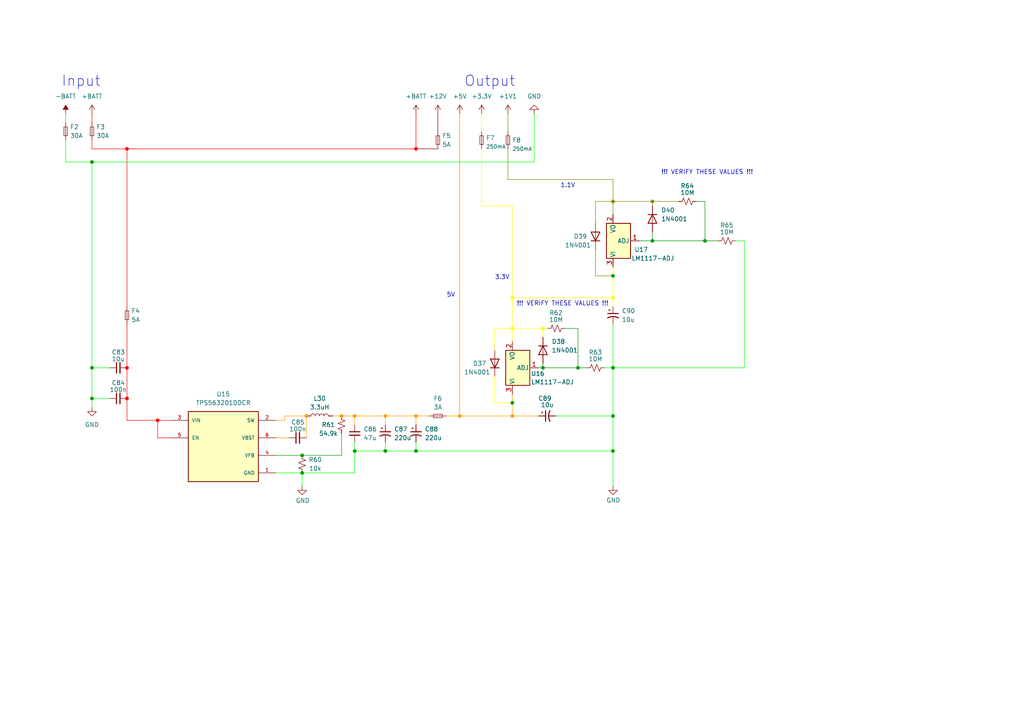
<source format=kicad_sch>
(kicad_sch (version 20211123) (generator eeschema)
  (paper "A4")
  (title_block (title "Power Supply") (date "2023/08/14"))
  (lib_symbols
    (symbol "Device:C_Polarized_Small_US" (pin_numbers hide) (pin_names (offset 0.254) hide)
      (property "Reference" "C" (at 0.254 1.778 0))
      (property "Value" "C_Polarized_Small_US" (at 0.254 -2.032 0))
      (symbol "C_Polarized_Small_US_0_1"
        (polyline (pts (xy -1.524 0.508) (xy 1.524 0.508)) (stroke (width 0.3048)))
        (polyline (pts (xy -1.27 1.524) (xy -0.762 1.524)))
        (polyline (pts (xy -1.016 1.27) (xy -1.016 1.778)))
        (arc (start 1.524 -0.762) (mid 0 -0.3734) (end -1.524 -0.762) (stroke (width 0.3048)))
      )
      (symbol "C_Polarized_Small_US_1_1"
        (pin passive line (at 0 2.54 270) (length 2.032) (name "~") (number "1"))
        (pin passive line (at 0 -2.54 90) (length 2.032) (name "~") (number "2"))
      )
    )
    (symbol "Device:C_Small" (pin_numbers hide) (pin_names (offset 0.254) hide)
      (property "Reference" "C" (at 0.254 1.778 0))
      (property "Value" "C_Small" (at 0.254 -2.032 0))
      (symbol "C_Small_0_1"
        (polyline (pts (xy -1.524 -0.508) (xy 1.524 -0.508)) (stroke (width 0.3302)))
        (polyline (pts (xy -1.524 0.508) (xy 1.524 0.508)) (stroke (width 0.3048)))
      )
      (symbol "C_Small_1_1"
        (pin passive line (at 0 2.54 270) (length 2.032) (name "~") (number "1"))
        (pin passive line (at 0 -2.54 90) (length 2.032) (name "~") (number "2"))
      )
    )
    (symbol "Device:Fuse_Small" (pin_numbers hide) (pin_names (offset 0.254) hide)
      (property "Reference" "F" (at 0 -1.524 0))
      (property "Value" "Fuse_Small" (at 0 1.524 0))
      (symbol "Fuse_Small_0_1"
        (rectangle (start -1.27 0.508) (end 1.27 -0.508))
        (polyline (pts (xy -1.27 0) (xy 1.27 0)))
      )
      (symbol "Fuse_Small_1_1"
        (pin passive line (at -2.54 0 0) (length 1.27) (name "~") (number "1"))
        (pin passive line (at 2.54 0 180) (length 1.27) (name "~") (number "2"))
      )
    )
    (symbol "Device:L" (pin_numbers hide) (pin_names (offset 1.016) hide)
      (property "Reference" "L" (at -1.27 0 90))
      (property "Value" "L" (at 1.905 0 90))
      (symbol "L_0_1"
        (arc (start 0 -2.54) (mid 0.635 -1.905) (end 0 -1.27))
        (arc (start 0 -1.27) (mid 0.635 -0.635) (end 0 0))
        (arc (start 0 0) (mid 0.635 0.635) (end 0 1.27))
        (arc (start 0 1.27) (mid 0.635 1.905) (end 0 2.54))
      )
      (symbol "L_1_1"
        (pin passive line (at 0 3.81 270) (length 1.27) (name "1") (number "1"))
        (pin passive line (at 0 -3.81 90) (length 1.27) (name "2") (number "2"))
      )
    )
    (symbol "Device:R_Small_US" (pin_numbers hide) (pin_names (offset 0.254) hide)
      (property "Reference" "R" (at 0.762 0.508 0))
      (property "Value" "R_Small_US" (at 0.762 -1.016 0))
      (symbol "R_Small_US_1_1"
        (polyline (pts (xy 0 0) (xy 1.016 -0.381) (xy 0 -0.762) (xy -1.016 -1.143) (xy 0 -1.524)))
        (polyline (pts (xy 0 1.524) (xy 1.016 1.143) (xy 0 0.762) (xy -1.016 0.381) (xy 0 0)))
        (pin passive line (at 0 2.54 270) (length 1.016) (name "~") (number "1"))
        (pin passive line (at 0 -2.54 90) (length 1.016) (name "~") (number "2"))
      )
    )
    (symbol "Diode:1N4001" (pin_numbers hide) (pin_names hide)
      (property "Reference" "D" (at 0 2.54 0))
      (property "Value" "1N4001" (at 0 -2.54 0))
      (symbol "1N4001_0_1"
        (polyline (pts (xy -1.27 1.27) (xy -1.27 -1.27)) (stroke (width 0.254)))
        (polyline (pts (xy 1.27 0) (xy -1.27 0)))
        (polyline (pts (xy 1.27 1.27) (xy 1.27 -1.27) (xy -1.27 0) (xy 1.27 1.27)) (stroke (width 0.254)))
      )
      (symbol "1N4001_1_1"
        (pin passive line (at -3.81 0 0) (length 2.54) (name "K") (number "1"))
        (pin passive line (at 3.81 0 180) (length 2.54) (name "A") (number "2"))
      )
    )
    (symbol "Regulator_Linear:LM1117-ADJ" (pin_names (offset 0.254))
      (property "Reference" "U" (at -3.81 3.175 0))
      (property "Value" "LM1117-ADJ" (at 0 3.175 0))
      (symbol "LM1117-ADJ_0_1"
        (rectangle (start -5.08 -5.08) (end 5.08 1.905) (stroke (width 0.254)) (fill (type background)))
      )
      (symbol "LM1117-ADJ_1_1"
        (pin input line (at 0 -7.62 90) (length 2.54) (name "ADJ") (number "1"))
        (pin power_out line (at 7.62 0 180) (length 2.54) (name "VO") (number "2"))
        (pin power_in line (at -7.62 0 0) (length 2.54) (name "VI") (number "3"))
      )
    )
    (symbol "TPS563201DDCR:TPS563201DDCR" (pin_names (offset 1.016))
      (property "Reference" "U" (at -10.16 12.7 0))
      (property "Value" "TPS563201DDCR" (at -10.16 -12.7 0))
      (symbol "TPS563201DDCR_0_0"
        (rectangle (start -10.16 -10.16) (end 10.16 10.16) (stroke (width 0.254)) (fill (type background)))
        (pin power_in line (at 15.24 -7.62 180) (length 5.08) (name "GND") (number "1"))
        (pin output line (at 15.24 7.62 180) (length 5.08) (name "SW") (number "2"))
        (pin input line (at -15.24 7.62 0) (length 5.08) (name "VIN") (number "3"))
        (pin input line (at 15.24 -2.54 180) (length 5.08) (name "VFB") (number "4"))
        (pin input line (at -15.24 2.54 0) (length 5.08) (name "EN") (number "5"))
        (pin output line (at 15.24 2.54 180) (length 5.08) (name "VBST") (number "6"))
      )
    )
    (symbol "power:+12V" (power) (pin_names (offset 0))
      (property "Value" "+12V" (at 0 3.556 0))
      (symbol "+12V_0_1"
        (polyline (pts (xy -0.762 1.27) (xy 0 2.54)))
        (polyline (pts (xy 0 0) (xy 0 2.54)))
        (polyline (pts (xy 0 2.54) (xy 0.762 1.27)))
      )
      (symbol "+12V_1_1"
        (pin power_in line (at 0 0 90) (length 0) hide (name "+12V") (number "1"))
      )
    )
    (symbol "power:+1V1" (power) (pin_names (offset 0))
      (property "Value" "+1V1" (at 0 3.556 0))
      (symbol "+1V1_0_1"
        (polyline (pts (xy -0.762 1.27) (xy 0 2.54)))
        (polyline (pts (xy 0 0) (xy 0 2.54)))
        (polyline (pts (xy 0 2.54) (xy 0.762 1.27)))
      )
      (symbol "+1V1_1_1"
        (pin power_in line (at 0 0 90) (length 0) hide (name "+1V1") (number "1"))
      )
    )
    (symbol "power:+3.3V" (power) (pin_names (offset 0))
      (property "Value" "+3.3V" (at 0 3.556 0))
      (symbol "+3.3V_0_1"
        (polyline (pts (xy -0.762 1.27) (xy 0 2.54)))
        (polyline (pts (xy 0 0) (xy 0 2.54)))
        (polyline (pts (xy 0 2.54) (xy 0.762 1.27)))
      )
      (symbol "+3.3V_1_1"
        (pin power_in line (at 0 0 90) (length 0) hide (name "+3.3V") (number "1"))
      )
    )
    (symbol "power:+5V" (power) (pin_names (offset 0))
      (property "Value" "+5V" (at 0 3.556 0))
      (symbol "+5V_0_1"
        (polyline (pts (xy -0.762 1.27) (xy 0 2.54)))
        (polyline (pts (xy 0 0) (xy 0 2.54)))
        (polyline (pts (xy 0 2.54) (xy 0.762 1.27)))
      )
      (symbol "+5V_1_1"
        (pin power_in line (at 0 0 90) (length 0) hide (name "+5V") (number "1"))
      )
    )
    (symbol "power:+BATT" (power) (pin_names (offset 0))
      (property "Value" "+BATT" (at 0 3.556 0))
      (symbol "+BATT_0_1"
        (polyline (pts (xy -0.762 1.27) (xy 0 2.54)))
        (polyline (pts (xy 0 0) (xy 0 2.54)))
        (polyline (pts (xy 0 2.54) (xy 0.762 1.27)))
      )
      (symbol "+BATT_1_1"
        (pin power_in line (at 0 0 90) (length 0) hide (name "+BATT") (number "1"))
      )
    )
    (symbol "power:-BATT" (power) (pin_names (offset 0))
      (property "Value" "-BATT" (at 0 3.556 0))
      (symbol "-BATT_0_1"
        (polyline (pts (xy 0 0) (xy 0 2.54)))
        (polyline (pts (xy 0.762 1.27) (xy -0.762 1.27) (xy 0 2.54) (xy 0.762 1.27)) (fill (type outline)))
      )
      (symbol "-BATT_1_1"
        (pin power_in line (at 0 0 90) (length 0) hide (name "-BATT") (number "1"))
      )
    )
    (symbol "power:GND" (power) (pin_names (offset 0))
      (property "Value" "GND" (at 0 -3.81 0))
      (symbol "GND_0_1"
        (polyline (pts (xy 0 0) (xy 0 -1.27) (xy 1.27 -1.27) (xy 0 -2.54) (xy -1.27 -1.27) (xy 0 -1.27)))
      )
      (symbol "GND_1_1"
        (pin power_in line (at 0 0 270) (length 0) hide (name "GND") (number "1"))
      )
    )
  )
  (junction (at 102.87 130.81))
  (junction (at 87.63 137.16))
  (junction (at 26.67 115.57))
  (junction (at 120.65 130.81))
  (junction (at 177.8 80.01))
  (junction (at 177.8 58.42) (color 132 132 0 1))
  (junction (at 177.8 106.68))
  (junction (at 87.63 132.08))
  (junction (at 36.83 106.68) (color 255 0 0 1))
  (junction (at 120.65 43.18) (color 255 0 0 1))
  (junction (at 148.59 86.36) (color 255 255 0 1))
  (junction (at 26.67 46.99))
  (junction (at 120.65 120.65) (color 255 153 0 1))
  (junction (at 177.8 130.81))
  (junction (at 167.64 106.68))
  (junction (at 36.83 115.57) (color 255 0 0 1))
  (junction (at 36.83 43.18) (color 255 0 0 1))
  (junction (at 111.76 130.81))
  (junction (at 102.87 120.65) (color 255 153 0 1))
  (junction (at 148.59 120.65) (color 255 153 0 1))
  (junction (at 177.8 86.36) (color 255 255 0 1))
  (junction (at 26.67 106.68))
  (junction (at 148.59 116.84))
  (junction (at 204.47 69.85))
  (junction (at 111.76 120.65) (color 255 153 0 1))
  (junction (at 99.06 120.65) (color 255 153 0 1))
  (junction (at 189.23 58.42) (color 132 132 0 1))
  (junction (at 148.59 95.25) (color 255 255 0 1))
  (junction (at 133.35 120.65) (color 255 153 0 1))
  (junction (at 177.8 120.65))
  (junction (at 189.23 69.85))
  (junction (at 88.9 120.65) (color 255 153 0 1))
  (junction (at 157.48 106.68))
  (junction (at 45.72 121.92) (color 255 0 0 1))
  (junction (at 157.48 95.25) (color 255 255 0 1))
  (wire (pts (xy 189.23 58.42) (xy 189.23 59.69)) (stroke (width 0) (color 132 132 0 1)))
  (wire (pts (xy 99.06 132.08) (xy 87.63 132.08)))
  (wire (pts (xy 172.72 58.42) (xy 177.8 58.42)) (stroke (width 0) (color 132 132 0 1)))
  (wire (pts (xy 148.59 95.25) (xy 148.59 99.06)) (stroke (width 0) (color 255 255 0 1)))
  (wire (pts (xy 36.83 121.92) (xy 36.83 115.57)) (stroke (width 0) (color 255 0 0 1)))
  (wire (pts (xy 26.67 115.57) (xy 26.67 106.68)) (stroke (width 0) (color 0 255 0 1)))
  (wire (pts (xy 99.06 125.73) (xy 99.06 132.08)))
  (wire (pts (xy 148.59 95.25) (xy 157.48 95.25)) (stroke (width 0) (color 255 255 0 1)))
  (wire (pts (xy 26.67 33.02) (xy 26.67 35.56)) (stroke (width 0) (color 255 0 0 1)))
  (wire (pts (xy 167.64 106.68) (xy 157.48 106.68)))
  (wire (pts (xy 111.76 130.81) (xy 102.87 130.81)) (stroke (width 0) (color 0 255 0 1)))
  (wire (pts (xy 154.94 33.02) (xy 154.94 46.99)) (stroke (width 0) (color 0 255 0 1)))
  (wire (pts (xy 196.85 58.42) (xy 189.23 58.42)) (stroke (width 0) (color 132 132 0 1)))
  (wire (pts (xy 26.67 115.57) (xy 26.67 118.11)) (stroke (width 0) (color 0 255 0 1)))
  (wire (pts (xy 147.32 43.18) (xy 147.32 52.07)) (stroke (width 0) (color 132 132 0 1)))
  (wire (pts (xy 177.8 52.07) (xy 177.8 58.42)) (stroke (width 0) (color 132 132 0 1)))
  (wire (pts (xy 167.64 95.25) (xy 167.64 106.68)))
  (wire (pts (xy 111.76 130.81) (xy 120.65 130.81)) (stroke (width 0) (color 0 255 0 1)))
  (wire (pts (xy 120.65 43.18) (xy 120.65 33.02)) (stroke (width 0) (color 255 0 0 1)))
  (wire (pts (xy 143.51 109.22) (xy 143.51 116.84)) (stroke (width 0) (color 255 255 0 1)))
  (wire (pts (xy 148.59 86.36) (xy 148.59 95.25)) (stroke (width 0) (color 255 255 0 1)))
  (wire (pts (xy 157.48 106.68) (xy 156.21 106.68)))
  (wire (pts (xy 26.67 43.18) (xy 36.83 43.18)) (stroke (width 0) (color 255 0 0 1)))
  (wire (pts (xy 177.8 58.42) (xy 177.8 62.23)) (stroke (width 0) (color 132 132 0 1)))
  (wire (pts (xy 36.83 43.18) (xy 36.83 88.9)) (stroke (width 0) (color 255 0 0 1)))
  (wire (pts (xy 80.01 127) (xy 83.82 127)) (stroke (width 0) (color 255 153 0 1)))
  (wire (pts (xy 102.87 123.19) (xy 102.87 120.65)) (stroke (width 0) (color 255 153 0 1)))
  (wire (pts (xy 111.76 128.27) (xy 111.76 130.81)) (stroke (width 0) (color 0 255 0 1)))
  (wire (pts (xy 19.05 40.64) (xy 19.05 46.99)) (stroke (width 0) (color 0 255 0 1)))
  (wire (pts (xy 120.65 120.65) (xy 120.65 123.19)) (stroke (width 0) (color 255 153 0 1)))
  (wire (pts (xy 161.29 120.65) (xy 177.8 120.65)) (stroke (width 0) (color 0 255 0 1)))
  (wire (pts (xy 31.75 106.68) (xy 26.67 106.68)) (stroke (width 0) (color 0 255 0 1)))
  (wire (pts (xy 36.83 93.98) (xy 36.83 106.68)) (stroke (width 0) (color 255 0 0 1)))
  (wire (pts (xy 177.8 93.98) (xy 177.8 106.68)) (stroke (width 0) (color 0 255 0 1)))
  (wire (pts (xy 102.87 137.16) (xy 87.63 137.16)) (stroke (width 0) (color 0 255 0 1)))
  (wire (pts (xy 139.7 43.18) (xy 139.7 59.69)) (stroke (width 0) (color 255 255 0 1)))
  (wire (pts (xy 49.53 127) (xy 45.72 127)) (stroke (width 0) (color 255 0 0 1)))
  (wire (pts (xy 133.35 120.65) (xy 148.59 120.65)) (stroke (width 0) (color 255 153 0 1)))
  (wire (pts (xy 31.75 115.57) (xy 26.67 115.57)) (stroke (width 0) (color 0 255 0 1)))
  (wire (pts (xy 88.9 120.65) (xy 82.55 120.65)) (stroke (width 0) (color 255 153 0 1)))
  (wire (pts (xy 102.87 130.81) (xy 102.87 137.16)) (stroke (width 0) (color 0 255 0 1)))
  (wire (pts (xy 167.64 106.68) (xy 170.18 106.68)))
  (wire (pts (xy 88.9 127) (xy 88.9 120.65)) (stroke (width 0) (color 255 153 0 1)))
  (wire (pts (xy 127 33.02) (xy 127 38.1)) (stroke (width 0) (color 132 0 0 1)))
  (wire (pts (xy 36.83 115.57) (xy 36.83 106.68)) (stroke (width 0) (color 255 0 0 1)))
  (wire (pts (xy 148.59 59.69) (xy 148.59 86.36)) (stroke (width 0) (color 255 255 0 1)))
  (wire (pts (xy 157.48 95.25) (xy 158.75 95.25)) (stroke (width 0) (color 255 255 0 1)))
  (wire (pts (xy 102.87 128.27) (xy 102.87 130.81)) (stroke (width 0) (color 0 255 0 1)))
  (wire (pts (xy 189.23 67.31) (xy 189.23 69.85)))
  (wire (pts (xy 157.48 105.41) (xy 157.48 106.68)))
  (wire (pts (xy 177.8 77.47) (xy 177.8 80.01)) (stroke (width 0) (color 255 255 0 1)))
  (wire (pts (xy 177.8 120.65) (xy 177.8 130.81)) (stroke (width 0) (color 0 255 0 1)))
  (wire (pts (xy 172.72 72.39) (xy 172.72 80.01)) (stroke (width 0) (color 132 132 0 1)))
  (wire (pts (xy 143.51 101.6) (xy 143.51 95.25)) (stroke (width 0) (color 255 255 0 1)))
  (wire (pts (xy 45.72 127) (xy 45.72 121.92)) (stroke (width 0) (color 255 0 0 1)))
  (wire (pts (xy 36.83 43.18) (xy 120.65 43.18)) (stroke (width 0) (color 255 0 0 1)))
  (wire (pts (xy 213.36 69.85) (xy 215.9 69.85)) (stroke (width 0) (color 0 255 0 1)))
  (wire (pts (xy 148.59 59.69) (xy 139.7 59.69)) (stroke (width 0) (color 255 255 0 1)))
  (wire (pts (xy 120.65 43.18) (xy 127 43.18)) (stroke (width 0) (color 132 0 0 1)))
  (wire (pts (xy 189.23 69.85) (xy 185.42 69.85)))
  (wire (pts (xy 204.47 69.85) (xy 189.23 69.85)))
  (wire (pts (xy 80.01 132.08) (xy 87.63 132.08)))
  (wire (pts (xy 157.48 95.25) (xy 157.48 97.79)) (stroke (width 0) (color 255 255 0 1)))
  (wire (pts (xy 129.54 120.65) (xy 133.35 120.65)) (stroke (width 0) (color 255 153 0 1)))
  (wire (pts (xy 143.51 95.25) (xy 148.59 95.25)) (stroke (width 0) (color 255 255 0 1)))
  (wire (pts (xy 172.72 64.77) (xy 172.72 58.42)) (stroke (width 0) (color 132 132 0 1)))
  (wire (pts (xy 120.65 130.81) (xy 177.8 130.81)) (stroke (width 0) (color 0 255 0 1)))
  (wire (pts (xy 154.94 46.99) (xy 26.67 46.99)) (stroke (width 0) (color 0 255 0 1)))
  (wire (pts (xy 215.9 106.68) (xy 177.8 106.68)) (stroke (width 0) (color 0 255 0 1)))
  (wire (pts (xy 175.26 106.68) (xy 177.8 106.68)) (stroke (width 0) (color 0 255 0 1)))
  (wire (pts (xy 19.05 33.02) (xy 19.05 35.56)) (stroke (width 0) (color 0 255 0 1)))
  (wire (pts (xy 204.47 58.42) (xy 204.47 69.85)))
  (wire (pts (xy 120.65 128.27) (xy 120.65 130.81)) (stroke (width 0) (color 0 255 0 1)))
  (wire (pts (xy 26.67 40.64) (xy 26.67 43.18)) (stroke (width 0) (color 255 0 0 1)))
  (wire (pts (xy 19.05 46.99) (xy 26.67 46.99)) (stroke (width 0) (color 0 255 0 1)))
  (wire (pts (xy 204.47 69.85) (xy 208.28 69.85)))
  (wire (pts (xy 139.7 33.02) (xy 139.7 38.1)) (stroke (width 0) (color 255 255 0 1)))
  (wire (pts (xy 49.53 121.92) (xy 45.72 121.92)) (stroke (width 0) (color 255 0 0 1)))
  (wire (pts (xy 163.83 95.25) (xy 167.64 95.25)))
  (wire (pts (xy 177.8 106.68) (xy 177.8 120.65)) (stroke (width 0) (color 0 255 0 1)))
  (wire (pts (xy 133.35 33.02) (xy 133.35 120.65)) (stroke (width 0) (color 255 153 0 1)))
  (wire (pts (xy 148.59 114.3) (xy 148.59 116.84)) (stroke (width 0) (color 255 153 0 1)))
  (wire (pts (xy 148.59 116.84) (xy 148.59 120.65)) (stroke (width 0) (color 255 153 0 1)))
  (wire (pts (xy 80.01 121.92) (xy 82.55 121.92)) (stroke (width 0) (color 255 153 0 1)))
  (wire (pts (xy 87.63 137.16) (xy 87.63 140.97)) (stroke (width 0) (color 0 255 0 1)))
  (wire (pts (xy 82.55 120.65) (xy 82.55 121.92)) (stroke (width 0) (color 255 153 0 1)))
  (wire (pts (xy 215.9 69.85) (xy 215.9 106.68)) (stroke (width 0) (color 0 255 0 1)))
  (wire (pts (xy 177.8 80.01) (xy 177.8 86.36)) (stroke (width 0) (color 255 255 0 1)))
  (wire (pts (xy 45.72 121.92) (xy 36.83 121.92)) (stroke (width 0) (color 255 0 0 1)))
  (wire (pts (xy 189.23 58.42) (xy 177.8 58.42)) (stroke (width 0) (color 132 132 0 1)))
  (wire (pts (xy 102.87 120.65) (xy 111.76 120.65)) (stroke (width 0) (color 255 153 0 1)))
  (wire (pts (xy 177.8 86.36) (xy 148.59 86.36)) (stroke (width 0) (color 255 255 0 1)))
  (wire (pts (xy 177.8 140.97) (xy 177.8 130.81)) (stroke (width 0) (color 0 255 0 1)))
  (wire (pts (xy 111.76 123.19) (xy 111.76 120.65)) (stroke (width 0) (color 255 153 0 1)))
  (wire (pts (xy 148.59 120.65) (xy 156.21 120.65)) (stroke (width 0) (color 255 153 0 1)))
  (wire (pts (xy 147.32 52.07) (xy 177.8 52.07)) (stroke (width 0) (color 132 132 0 1)))
  (wire (pts (xy 111.76 120.65) (xy 120.65 120.65)) (stroke (width 0) (color 255 153 0 1)))
  (wire (pts (xy 99.06 120.65) (xy 102.87 120.65)) (stroke (width 0) (color 255 153 0 1)))
  (wire (pts (xy 120.65 120.65) (xy 124.46 120.65)) (stroke (width 0) (color 255 153 0 1)))
  (wire (pts (xy 172.72 80.01) (xy 177.8 80.01)) (stroke (width 0) (color 132 132 0 1)))
  (wire (pts (xy 201.93 58.42) (xy 204.47 58.42)))
  (wire (pts (xy 80.01 137.16) (xy 87.63 137.16)) (stroke (width 0) (color 0 255 0 1)))
  (wire (pts (xy 26.67 106.68) (xy 26.67 46.99)) (stroke (width 0) (color 0 255 0 1)))
  (wire (pts (xy 143.51 116.84) (xy 148.59 116.84)) (stroke (width 0) (color 255 255 0 1)))
  (wire (pts (xy 96.52 120.65) (xy 99.06 120.65)) (stroke (width 0) (color 255 153 0 1)))
  (wire (pts (xy 147.32 33.02) (xy 147.32 38.1)) (stroke (width 0) (color 132 132 0 1)))
  (wire (pts (xy 177.8 86.36) (xy 177.8 88.9)) (stroke (width 0) (color 255 255 0 1)))
  (text "1.1V" (at 162.56 54.61 0) (effects (font (size 1.27 1.27)) (justify left bottom)))
  (text "!!! VERIFY THESE VALUES !!!" (at 149.86 88.9 0) (effects (font (size 1.27 1.27)) (justify left bottom)))
  (text "5V" (at 129.54 86.36 0) (effects (font (size 1.27 1.27)) (justify left bottom)))
  (text "Output" (at 134.62 25.4 0) (effects (font (size 3 3)) (justify left bottom)))
  (text "3.3V" (at 143.51 81.28 0) (effects (font (size 1.27 1.27)) (justify left bottom)))
  (text "!!! VERIFY THESE VALUES !!!" (at 191.77 50.8 0) (effects (font (size 1.27 1.27)) (justify left bottom)))
  (text "Input" (at 17.78 25.4 0) (effects (font (size 3 3)) (justify left bottom)))
  (symbol (lib_id "Device:Fuse_Small") (at 147.32 40.64 270) (unit 1)
    (property "Reference" "F8" (at 148.59 40.64 90) (effects (justify left)))
    (property "Value" "250mA" (at 148.59 43.18 90) (effects (font (size 1.1 1.1)) (justify left)))
    (property "Footprint" "Fuse:Fuseholder_Blade_Mini_Keystone_3568" (effects hide))
  )
  (symbol (lib_id "power:GND") (at 154.94 33.02 0) (mirror x) (unit 1)
    (property "Reference" "#PWR0126" (effects hide))
    (property "Value" "GND" (at 154.94 27.94 0))
  )
  (symbol (lib_id "Device:Fuse_Small") (at 19.05 38.1 270) (unit 1)
    (property "Reference" "F2" (at 20.32 36.8299 90) (effects (justify left)))
    (property "Value" "30A" (at 20.32 39.3699 90) (effects (justify left)))
    (property "Footprint" "Fuse:Fuseholder_Blade_Mini_Keystone_3568" (effects hide))
  )
  (symbol (lib_id "Device:C_Polarized_Small_US") (at 120.65 125.73 0) (unit 1)
    (property "Reference" "C88" (at 123.19 124.46 0) (effects (justify left)))
    (property "Value" "220u" (at 123.19 127 0) (effects (justify left)))
    (property "Footprint" "Capacitor_THT:CP_Radial_D4.0mm_P2.00mm" (effects hide))
  )
  (symbol (lib_id "Diode:1N4001") (at 143.51 105.41 90) (unit 1)
    (property "Reference" "D37" (at 137.16 105.41 90) (effects (justify right)))
    (property "Value" "1N4001" (at 134.62 107.95 90) (effects (justify right)))
    (property "Footprint" "Diode_THT:D_DO-41_SOD81_P10.16mm_Horizontal" (effects hide))
    (property "Datasheet" "http://www.vishay.com/docs/88503/1n4001.pdf" (effects hide))
  )
  (symbol (lib_id "Device:Fuse_Small") (at 36.83 91.44 270) (unit 1)
    (property "Reference" "F4" (at 38.1 90.1699 90) (effects (justify left)))
    (property "Value" "5A" (at 38.1 92.7099 90) (effects (justify left)))
    (property "Footprint" "Fuse:Fuseholder_Blade_Mini_Keystone_3568" (effects hide))
  )
  (symbol (lib_id "power:GND") (at 26.67 118.11 0) (unit 1)
    (property "Reference" "#PWR0119" (effects hide))
    (property "Value" "GND" (at 26.67 123.19 0))
  )
  (symbol (lib_id "Device:C_Small") (at 34.29 106.68 90) (unit 1)
    (property "Reference" "C83" (at 34.3374 102.1576 90))
    (property "Value" "10u" (at 34.29 104.14 90))
    (property "Footprint" "Capacitor_THT:C_Disc_D4.7mm_W2.5mm_P5.00mm" (effects hide))
  )
  (symbol (lib_id "Device:Fuse_Small") (at 26.67 38.1 270) (unit 1)
    (property "Reference" "F3" (at 27.94 36.8299 90) (effects (justify left)))
    (property "Value" "30A" (at 27.94 39.3699 90) (effects (justify left)))
    (property "Footprint" "Fuse:Fuseholder_Blade_Mini_Keystone_3568" (effects hide))
  )
  (symbol (lib_id "Device:C_Small") (at 34.29 115.57 90) (unit 1)
    (property "Reference" "C84" (at 34.3374 111.0476 90))
    (property "Value" "100n" (at 34.29 113.03 90))
    (property "Footprint" "Capacitor_THT:C_Disc_D4.7mm_W2.5mm_P5.00mm" (effects hide))
  )
  (symbol (lib_id "Device:R_Small_US") (at 161.29 95.25 90) (unit 1)
    (property "Reference" "R62" (at 161.2653 90.7517 90))
    (property "Value" "10M" (at 161.29 92.71 90))
    (property "Footprint" "Resistor_THT:R_Axial_DIN0207_L6.3mm_D2.5mm_P2.54mm_Vertical" (effects hide))
  )
  (symbol (lib_id "power:+3.3V") (at 139.7 33.02 0) (unit 1)
    (property "Reference" "#PWR0124" (effects hide))
    (property "Value" "+3.3V" (at 139.7 27.94 0))
  )
  (symbol (lib_id "power:+1V1") (at 147.32 33.02 0) (unit 1)
    (property "Reference" "#PWR0125" (effects hide))
    (property "Value" "+1V1" (at 147.32 27.94 0))
  )
  (symbol (lib_id "TPS563201DDCR:TPS563201DDCR") (at 64.77 129.54 0) (unit 1)
    (property "Reference" "U15" (at 64.77 114.3 0))
    (property "Value" "TPS563201DDCR" (at 64.77 116.84 0))
    (property "Footprint" "SOT95P280X110-6N" (effects hide))
    (property "PARTREV" "December 2015" (effects hide))
    (property "STANDARD" "IPC-7351B" (effects hide))
    (property "MAXIMUM_PACKAGE_HEIGHT" "1.10mm" (effects hide))
    (property "MANUFACTURER" "Texas Instruments" (effects hide))
  )
  (symbol (lib_id "power:GND") (at 87.63 140.97 0) (unit 1)
    (property "Reference" "#PWR0120" (effects hide))
    (property "Value" "GND" (at 87.7768 145.1958 0))
  )
  (symbol (lib_id "Device:R_Small_US") (at 87.63 134.62 180) (unit 1)
    (property "Reference" "R60" (at 91.44 133.35 0))
    (property "Value" "10k" (at 91.44 135.89 0))
    (property "Footprint" "Resistor_THT:R_Axial_DIN0207_L6.3mm_D2.5mm_P2.54mm_Vertical" (effects hide))
  )
  (symbol (lib_id "Regulator_Linear:LM1117-ADJ") (at 148.59 106.68 90) (unit 1)
    (property "Reference" "U16" (at 157.9796 108.3597 90) (effects (justify left)))
    (property "Value" "LM1117-ADJ" (at 166.4679 110.8177 90) (effects (justify left)))
    (property "Datasheet" "http://www.ti.com/lit/ds/symlink/lm1117.pdf" (effects hide))
  )
  (symbol (lib_id "Device:C_Polarized_Small_US") (at 158.75 120.65 90) (mirror x) (unit 1)
    (property "Reference" "C89" (at 160.02 115.57 90) (effects (justify left)))
    (property "Value" "10u" (at 160.627 117.4283 90) (effects (justify left)))
    (property "Footprint" "Capacitor_THT:CP_Radial_D4.0mm_P2.00mm" (effects hide))
  )
  (symbol (lib_id "Regulator_Linear:LM1117-ADJ") (at 177.8 69.85 90) (unit 1)
    (property "Reference" "U17" (at 187.96 72.39 90) (effects (justify left)))
    (property "Value" "LM1117-ADJ" (at 195.58 74.93 90) (effects (justify left)))
    (property "Datasheet" "http://www.ti.com/lit/ds/symlink/lm1117.pdf" (effects hide))
  )
  (symbol (lib_id "Device:C_Polarized_Small_US") (at 177.8 91.44 0) (unit 1)
    (property "Reference" "C90" (at 180.34 90.17 0) (effects (justify left)))
    (property "Value" "10u" (at 180.34 92.71 0) (effects (justify left)))
    (property "Footprint" "Capacitor_THT:CP_Radial_D4.0mm_P2.00mm" (effects hide))
  )
  (symbol (lib_id "Diode:1N4001") (at 189.23 63.5 90) (mirror x) (unit 1)
    (property "Reference" "D40" (at 191.77 60.96 90) (effects (justify right)))
    (property "Value" "1N4001" (at 191.77 63.5 90) (effects (justify right)))
    (property "Footprint" "Diode_THT:D_DO-41_SOD81_P10.16mm_Horizontal" (effects hide))
    (property "Datasheet" "http://www.vishay.com/docs/88503/1n4001.pdf" (effects hide))
  )
  (symbol (lib_id "Device:Fuse_Small") (at 139.7 40.64 270) (unit 1)
    (property "Reference" "F7" (at 140.97 40.0049 90) (effects (justify left)))
    (property "Value" "250mA" (at 140.97 42.545 90) (effects (font (size 1.1 1.1)) (justify left)))
    (property "Footprint" "Fuse:Fuseholder_Blade_Mini_Keystone_3568" (effects hide))
  )
  (symbol (lib_id "power:-BATT") (at 19.05 33.02 0) (unit 1)
    (property "Reference" "#PWR0117" (effects hide))
    (property "Value" "-BATT" (at 19.05 27.94 0))
  )
  (symbol (lib_id "Device:Fuse_Small") (at 127 120.65 180) (unit 1)
    (property "Reference" "F6" (at 127 115.57 0))
    (property "Value" "3A" (at 127 118.11 0))
    (property "Footprint" "Fuse:Fuseholder_Blade_Mini_Keystone_3568" (effects hide))
  )
  (symbol (lib_id "Device:C_Small") (at 86.36 127 90) (unit 1)
    (property "Reference" "C85" (at 86.4074 122.4776 90))
    (property "Value" "100n" (at 86.36 124.46 90))
    (property "Footprint" "Capacitor_THT:C_Disc_D4.7mm_W2.5mm_P5.00mm" (effects hide))
  )
  (symbol (lib_id "Device:R_Small_US") (at 210.82 69.85 90) (unit 1)
    (property "Reference" "R65" (at 210.7953 65.3517 90))
    (property "Value" "10M" (at 210.82 67.31 90))
    (property "Footprint" "Resistor_THT:R_Axial_DIN0207_L6.3mm_D2.5mm_P2.54mm_Vertical" (effects hide))
  )
  (symbol (lib_id "power:+BATT") (at 26.67 33.02 0) (unit 1)
    (property "Reference" "#PWR0118" (effects hide))
    (property "Value" "+BATT" (at 26.67 27.94 0))
  )
  (symbol (lib_id "Diode:1N4001") (at 157.48 101.6 90) (mirror x) (unit 1)
    (property "Reference" "D38" (at 160.02 99.06 90) (effects (justify right)))
    (property "Value" "1N4001" (at 160.02 101.6 90) (effects (justify right)))
    (property "Footprint" "Diode_THT:D_DO-41_SOD81_P10.16mm_Horizontal" (effects hide))
    (property "Datasheet" "http://www.vishay.com/docs/88503/1n4001.pdf" (effects hide))
  )
  (symbol (lib_id "power:+12V") (at 127 33.02 0) (unit 1)
    (property "Reference" "#PWR0122" (effects hide))
    (property "Value" "+12V" (at 127 27.94 0))
  )
  (symbol (lib_id "Device:R_Small_US") (at 199.39 58.42 90) (unit 1)
    (property "Reference" "R64" (at 199.3653 53.9217 90))
    (property "Value" "10M" (at 199.39 55.88 90))
    (property "Footprint" "Resistor_THT:R_Axial_DIN0207_L6.3mm_D2.5mm_P2.54mm_Vertical" (effects hide))
  )
  (symbol (lib_id "Device:R_Small_US") (at 172.72 106.68 90) (unit 1)
    (property "Reference" "R63" (at 172.6953 102.1817 90))
    (property "Value" "10M" (at 172.72 104.14 90))
    (property "Footprint" "Resistor_THT:R_Axial_DIN0207_L6.3mm_D2.5mm_P2.54mm_Vertical" (effects hide))
  )
  (symbol (lib_id "power:+5V") (at 133.35 33.02 0) (unit 1)
    (property "Reference" "#PWR0123" (effects hide))
    (property "Value" "+5V" (at 133.35 27.94 0))
  )
  (symbol (lib_id "Device:L") (at 92.71 120.65 90) (unit 1)
    (property "Reference" "L30" (at 92.71 115.57 90))
    (property "Value" "3.3uH" (at 92.71 118.11 90))
  )
  (symbol (lib_id "Device:R_Small_US") (at 99.06 123.19 180) (unit 1)
    (property "Reference" "R61" (at 95.25 123.19 0))
    (property "Value" "54.9k" (at 95.25 125.73 0))
    (property "Footprint" "Resistor_THT:R_Axial_DIN0207_L6.3mm_D2.5mm_P2.54mm_Vertical" (effects hide))
  )
  (symbol (lib_id "Device:C_Polarized_Small_US") (at 111.76 125.73 0) (unit 1)
    (property "Reference" "C87" (at 114.3 124.46 0) (effects (justify left)))
    (property "Value" "220u" (at 114.3 127 0) (effects (justify left)))
    (property "Footprint" "Capacitor_THT:CP_Radial_D4.0mm_P2.00mm" (effects hide))
  )
  (symbol (lib_id "power:GND") (at 177.8 140.97 0) (unit 1)
    (property "Reference" "#PWR0127" (effects hide))
    (property "Value" "GND" (at 177.8906 145.1143 0))
  )
  (symbol (lib_id "Device:Fuse_Small") (at 127 40.64 270) (unit 1)
    (property "Reference" "F5" (at 128.27 39.3699 90) (effects (justify left)))
    (property "Value" "5A" (at 128.27 41.9099 90) (effects (justify left)))
    (property "Footprint" "Fuse:Fuseholder_Blade_Mini_Keystone_3568" (effects hide))
  )
  (symbol (lib_id "Device:C_Small") (at 102.87 125.73 0) (unit 1)
    (property "Reference" "C86" (at 105.41 124.4662 0) (effects (justify left)))
    (property "Value" "47u" (at 105.41 127.0062 0) (effects (justify left)))
    (property "Footprint" "Capacitor_THT:C_Disc_D4.7mm_W2.5mm_P5.00mm" (effects hide))
  )
  (symbol (lib_id "power:+BATT") (at 120.65 33.02 0) (unit 1)
    (property "Reference" "#PWR0121" (effects hide))
    (property "Value" "+BATT" (at 120.65 27.94 0))
  )
  (symbol (lib_id "Diode:1N4001") (at 172.72 68.58 90) (unit 1)
    (property "Reference" "D39" (at 166.37 68.58 90) (effects (justify right)))
    (property "Value" "1N4001" (at 163.83 71.12 90) (effects (justify right)))
    (property "Footprint" "Diode_THT:D_DO-41_SOD81_P10.16mm_Horizontal" (effects hide))
    (property "Datasheet" "http://www.vishay.com/docs/88503/1n4001.pdf" (effects hide))
  )
)
</source>
